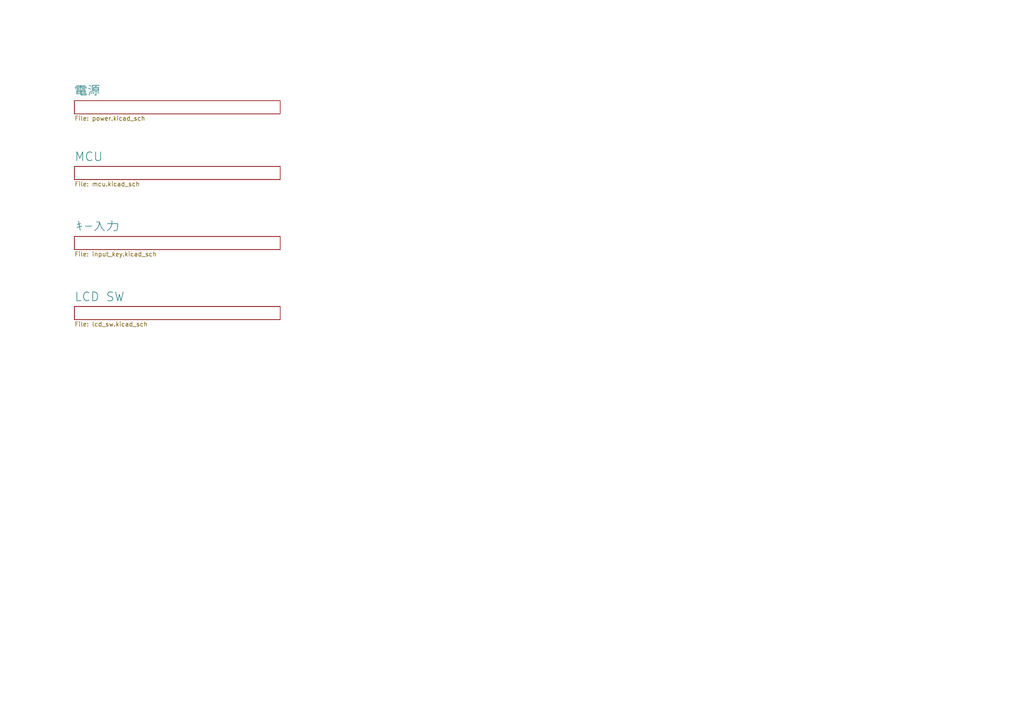
<source format=kicad_sch>
(kicad_sch (version 20230121) (generator eeschema)

  (uuid 5093e136-bc6a-448f-8bb7-a029192fbd84)

  (paper "A4")

  (lib_symbols
  )


  (sheet (at 21.59 48.26) (size 59.69 3.81) (fields_autoplaced)
    (stroke (width 0.1524) (type solid))
    (fill (color 0 0 0 0.0000))
    (uuid 4aee915c-9f84-4bae-895d-d43aae1aef3f)
    (property "Sheetname" "MCU" (at 21.59 46.9134 0)
      (effects (font (size 2.54 2.54)) (justify left bottom))
    )
    (property "Sheetfile" "mcu.kicad_sch" (at 21.59 52.6546 0)
      (effects (font (size 1.27 1.27)) (justify left top))
    )
    (instances
      (project "main"
        (path "/5093e136-bc6a-448f-8bb7-a029192fbd84" (page "3"))
      )
    )
  )

  (sheet (at 21.59 68.58) (size 59.69 3.81) (fields_autoplaced)
    (stroke (width 0.1524) (type solid))
    (fill (color 0 0 0 0.0000))
    (uuid 6fa9678a-789e-489e-b3c4-45ddfaa247ec)
    (property "Sheetname" "キー入力" (at 21.59 67.2334 0)
      (effects (font (size 2.54 2.54)) (justify left bottom))
    )
    (property "Sheetfile" "input_key.kicad_sch" (at 21.59 72.9746 0)
      (effects (font (size 1.27 1.27)) (justify left top))
    )
    (instances
      (project "main"
        (path "/5093e136-bc6a-448f-8bb7-a029192fbd84" (page "4"))
      )
    )
  )

  (sheet (at 21.59 29.21) (size 59.69 3.81) (fields_autoplaced)
    (stroke (width 0.1524) (type solid))
    (fill (color 0 0 0 0.0000))
    (uuid 7fda2cfd-b2ca-42ac-8c31-09cb87fd7040)
    (property "Sheetname" "電源" (at 21.59 27.8634 0)
      (effects (font (size 2.54 2.54)) (justify left bottom))
    )
    (property "Sheetfile" "power.kicad_sch" (at 21.59 33.6046 0)
      (effects (font (size 1.27 1.27)) (justify left top))
    )
    (instances
      (project "main"
        (path "/5093e136-bc6a-448f-8bb7-a029192fbd84" (page "2"))
      )
    )
  )

  (sheet (at 21.59 88.9) (size 59.69 3.81) (fields_autoplaced)
    (stroke (width 0.1524) (type solid))
    (fill (color 0 0 0 0.0000))
    (uuid cff7ce79-fc81-4dc6-bb40-aa37c0b1e3fe)
    (property "Sheetname" "LCD SW" (at 21.59 87.5534 0)
      (effects (font (size 2.54 2.54)) (justify left bottom))
    )
    (property "Sheetfile" "lcd_sw.kicad_sch" (at 21.59 93.2946 0)
      (effects (font (size 1.27 1.27)) (justify left top))
    )
    (instances
      (project "main"
        (path "/5093e136-bc6a-448f-8bb7-a029192fbd84" (page "5"))
      )
    )
  )

  (sheet_instances
    (path "/" (page "1"))
  )
)

</source>
